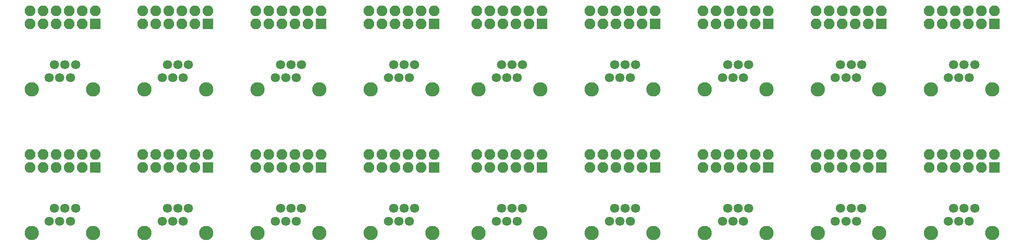
<source format=gbs>
%MOIN*%
%OFA0B0*%
%FSLAX46Y46*%
%IPPOS*%
%LPD*%
%ADD10C,0.0039370078740157488*%
%ADD11C,0.11023622047244094*%
%ADD12C,0.070866141732283464*%
%ADD13R,0.082677165354330714X0.082677165354330714*%
%ADD14O,0.082677165354330714X0.082677165354330714*%
%ADD25C,0.0039370078740157488*%
%ADD26C,0.11023622047244094*%
%ADD27C,0.070866141732283464*%
%ADD28R,0.082677165354330714X0.082677165354330714*%
%ADD29O,0.082677165354330714X0.082677165354330714*%
%ADD30C,0.0039370078740157488*%
%ADD31C,0.11023622047244094*%
%ADD32C,0.070866141732283464*%
%ADD33R,0.082677165354330714X0.082677165354330714*%
%ADD34O,0.082677165354330714X0.082677165354330714*%
%ADD35C,0.0039370078740157488*%
%ADD36C,0.11023622047244094*%
%ADD37C,0.070866141732283464*%
%ADD38R,0.082677165354330714X0.082677165354330714*%
%ADD39O,0.082677165354330714X0.082677165354330714*%
%ADD40C,0.0039370078740157488*%
%ADD41C,0.11023622047244094*%
%ADD42C,0.070866141732283464*%
%ADD43R,0.082677165354330714X0.082677165354330714*%
%ADD44O,0.082677165354330714X0.082677165354330714*%
%ADD45C,0.0039370078740157488*%
%ADD46C,0.11023622047244094*%
%ADD47C,0.070866141732283464*%
%ADD48R,0.082677165354330714X0.082677165354330714*%
%ADD49O,0.082677165354330714X0.082677165354330714*%
%ADD50C,0.0039370078740157488*%
%ADD51C,0.11023622047244094*%
%ADD52C,0.070866141732283464*%
%ADD53R,0.082677165354330714X0.082677165354330714*%
%ADD54O,0.082677165354330714X0.082677165354330714*%
%ADD55C,0.0039370078740157488*%
%ADD56C,0.11023622047244094*%
%ADD57C,0.070866141732283464*%
%ADD58R,0.082677165354330714X0.082677165354330714*%
%ADD59O,0.082677165354330714X0.082677165354330714*%
%ADD60C,0.0039370078740157488*%
%ADD61C,0.11023622047244094*%
%ADD62C,0.070866141732283464*%
%ADD63R,0.082677165354330714X0.082677165354330714*%
%ADD64O,0.082677165354330714X0.082677165354330714*%
%ADD65C,0.0039370078740157488*%
%ADD66C,0.11023622047244094*%
%ADD67C,0.070866141732283464*%
%ADD68R,0.082677165354330714X0.082677165354330714*%
%ADD69O,0.082677165354330714X0.082677165354330714*%
%ADD70C,0.0039370078740157488*%
%ADD71C,0.11023622047244094*%
%ADD72C,0.070866141732283464*%
%ADD73R,0.082677165354330714X0.082677165354330714*%
%ADD74O,0.082677165354330714X0.082677165354330714*%
%ADD75C,0.0039370078740157488*%
%ADD76C,0.11023622047244094*%
%ADD77C,0.070866141732283464*%
%ADD78R,0.082677165354330714X0.082677165354330714*%
%ADD79O,0.082677165354330714X0.082677165354330714*%
%ADD80C,0.0039370078740157488*%
%ADD81C,0.11023622047244094*%
%ADD82C,0.070866141732283464*%
%ADD83R,0.082677165354330714X0.082677165354330714*%
%ADD84O,0.082677165354330714X0.082677165354330714*%
%ADD85C,0.0039370078740157488*%
%ADD86C,0.11023622047244094*%
%ADD87C,0.070866141732283464*%
%ADD88R,0.082677165354330714X0.082677165354330714*%
%ADD89O,0.082677165354330714X0.082677165354330714*%
%ADD90C,0.0039370078740157488*%
%ADD91C,0.11023622047244094*%
%ADD92C,0.070866141732283464*%
%ADD93R,0.082677165354330714X0.082677165354330714*%
%ADD94O,0.082677165354330714X0.082677165354330714*%
%ADD95C,0.0039370078740157488*%
%ADD96C,0.11023622047244094*%
%ADD97C,0.070866141732283464*%
%ADD98R,0.082677165354330714X0.082677165354330714*%
%ADD99O,0.082677165354330714X0.082677165354330714*%
%ADD100C,0.0039370078740157488*%
%ADD101C,0.11023622047244094*%
%ADD102C,0.070866141732283464*%
%ADD103R,0.082677165354330714X0.082677165354330714*%
%ADD104O,0.082677165354330714X0.082677165354330714*%
%ADD105C,0.0039370078740157488*%
%ADD106C,0.11023622047244094*%
%ADD107C,0.070866141732283464*%
%ADD108R,0.082677165354330714X0.082677165354330714*%
%ADD109O,0.082677165354330714X0.082677165354330714*%
G01G01*
D10*
D11*
X0000944881Y0011653543D02*
X0000700496Y0010840192D03*
X0000228055Y0010840192D03*
D12*
X0000564669Y0011030743D03*
X0000484354Y0011030743D03*
X0000404039Y0011030743D03*
X0000524511Y0010930743D03*
X0000444196Y0010930743D03*
X0000363881Y0010930743D03*
D13*
X0000714881Y0011343543D03*
D14*
X0000714881Y0011443543D03*
X0000614881Y0011343543D03*
X0000614881Y0011443543D03*
X0000514881Y0011343543D03*
X0000514881Y0011443543D03*
X0000414881Y0011343543D03*
X0000414881Y0011443543D03*
X0000314881Y0011343543D03*
X0000314881Y0011443543D03*
X0000214881Y0011343543D03*
X0000214881Y0011443543D03*
G04 next file*
G04 Gerber Fmt 4.6, Leading zero omitted, Abs format (unit mm)*
G04 Created by KiCad (PCBNEW 4.0.7) date 10/04/17 14:34:26*
G01G01*
G04 APERTURE LIST*
G04 APERTURE END LIST*
D25*
D26*
X0001811023Y0011653543D02*
X0001566637Y0010840192D03*
X0001094196Y0010840192D03*
D27*
X0001430811Y0011030743D03*
X0001350496Y0011030743D03*
X0001270181Y0011030743D03*
X0001390653Y0010930743D03*
X0001310338Y0010930743D03*
X0001230023Y0010930743D03*
D28*
X0001581023Y0011343543D03*
D29*
X0001581023Y0011443543D03*
X0001481023Y0011343543D03*
X0001481023Y0011443543D03*
X0001381023Y0011343543D03*
X0001381023Y0011443543D03*
X0001281023Y0011343543D03*
X0001281023Y0011443543D03*
X0001181023Y0011343543D03*
X0001181023Y0011443543D03*
X0001081023Y0011343543D03*
X0001081023Y0011443543D03*
G04 next file*
G04 Gerber Fmt 4.6, Leading zero omitted, Abs format (unit mm)*
G04 Created by KiCad (PCBNEW 4.0.7) date 10/04/17 14:34:26*
G01G01*
G04 APERTURE LIST*
G04 APERTURE END LIST*
D30*
D31*
X0002677165Y0011653543D02*
X0002432779Y0010840192D03*
X0001960338Y0010840192D03*
D32*
X0002296952Y0011030743D03*
X0002216637Y0011030743D03*
X0002136322Y0011030743D03*
X0002256795Y0010930743D03*
X0002176480Y0010930743D03*
X0002096165Y0010930743D03*
D33*
X0002447165Y0011343543D03*
D34*
X0002447165Y0011443543D03*
X0002347165Y0011343543D03*
X0002347165Y0011443543D03*
X0002247165Y0011343543D03*
X0002247165Y0011443543D03*
X0002147165Y0011343543D03*
X0002147165Y0011443543D03*
X0002047165Y0011343543D03*
X0002047165Y0011443543D03*
X0001947165Y0011343543D03*
X0001947165Y0011443543D03*
G04 next file*
G04 Gerber Fmt 4.6, Leading zero omitted, Abs format (unit mm)*
G04 Created by KiCad (PCBNEW 4.0.7) date 10/04/17 14:34:26*
G01G01*
G04 APERTURE LIST*
G04 APERTURE END LIST*
D35*
D36*
X0003543307Y0011653543D02*
X0003298921Y0010840192D03*
X0002826480Y0010840192D03*
D37*
X0003163094Y0011030743D03*
X0003082779Y0011030743D03*
X0003002464Y0011030743D03*
X0003122937Y0010930743D03*
X0003042622Y0010930743D03*
X0002962307Y0010930743D03*
D38*
X0003313307Y0011343543D03*
D39*
X0003313307Y0011443543D03*
X0003213307Y0011343543D03*
X0003213307Y0011443543D03*
X0003113307Y0011343543D03*
X0003113307Y0011443543D03*
X0003013307Y0011343543D03*
X0003013307Y0011443543D03*
X0002913307Y0011343543D03*
X0002913307Y0011443543D03*
X0002813307Y0011343543D03*
X0002813307Y0011443543D03*
G04 next file*
G04 Gerber Fmt 4.6, Leading zero omitted, Abs format (unit mm)*
G04 Created by KiCad (PCBNEW 4.0.7) date 10/04/17 14:34:26*
G01G01*
G04 APERTURE LIST*
G04 APERTURE END LIST*
D40*
D41*
X0004370078Y0011653543D02*
X0004125692Y0010840192D03*
X0003653251Y0010840192D03*
D42*
X0003989866Y0011030743D03*
X0003909551Y0011030743D03*
X0003829236Y0011030743D03*
X0003949708Y0010930743D03*
X0003869393Y0010930743D03*
X0003789078Y0010930743D03*
D43*
X0004140078Y0011343543D03*
D44*
X0004140078Y0011443543D03*
X0004040078Y0011343543D03*
X0004040078Y0011443543D03*
X0003940078Y0011343543D03*
X0003940078Y0011443543D03*
X0003840078Y0011343543D03*
X0003840078Y0011443543D03*
X0003740078Y0011343543D03*
X0003740078Y0011443543D03*
X0003640078Y0011343543D03*
X0003640078Y0011443543D03*
G04 next file*
G04 Gerber Fmt 4.6, Leading zero omitted, Abs format (unit mm)*
G04 Created by KiCad (PCBNEW 4.0.7) date 10/04/17 14:34:26*
G01G01*
G04 APERTURE LIST*
G04 APERTURE END LIST*
D45*
D46*
X0005236220Y0011653543D02*
X0004991834Y0010840192D03*
X0004519393Y0010840192D03*
D47*
X0004856007Y0011030743D03*
X0004775692Y0011030743D03*
X0004695377Y0011030743D03*
X0004815850Y0010930743D03*
X0004735535Y0010930743D03*
X0004655220Y0010930743D03*
D48*
X0005006220Y0011343543D03*
D49*
X0005006220Y0011443543D03*
X0004906220Y0011343543D03*
X0004906220Y0011443543D03*
X0004806220Y0011343543D03*
X0004806220Y0011443543D03*
X0004706220Y0011343543D03*
X0004706220Y0011443543D03*
X0004606220Y0011343543D03*
X0004606220Y0011443543D03*
X0004506220Y0011343543D03*
X0004506220Y0011443543D03*
G04 next file*
G04 Gerber Fmt 4.6, Leading zero omitted, Abs format (unit mm)*
G04 Created by KiCad (PCBNEW 4.0.7) date 10/04/17 14:34:26*
G01G01*
G04 APERTURE LIST*
G04 APERTURE END LIST*
D50*
D51*
X0006102362Y0011653543D02*
X0005857976Y0010840192D03*
X0005385535Y0010840192D03*
D52*
X0005722149Y0011030743D03*
X0005641834Y0011030743D03*
X0005561519Y0011030743D03*
X0005681992Y0010930743D03*
X0005601677Y0010930743D03*
X0005521362Y0010930743D03*
D53*
X0005872362Y0011343543D03*
D54*
X0005872362Y0011443543D03*
X0005772362Y0011343543D03*
X0005772362Y0011443543D03*
X0005672362Y0011343543D03*
X0005672362Y0011443543D03*
X0005572362Y0011343543D03*
X0005572362Y0011443543D03*
X0005472362Y0011343543D03*
X0005472362Y0011443543D03*
X0005372362Y0011343543D03*
X0005372362Y0011443543D03*
G04 next file*
G04 Gerber Fmt 4.6, Leading zero omitted, Abs format (unit mm)*
G04 Created by KiCad (PCBNEW 4.0.7) date 10/04/17 14:34:26*
G01G01*
G04 APERTURE LIST*
G04 APERTURE END LIST*
D55*
D56*
X0006968503Y0011653543D02*
X0006724118Y0010840192D03*
X0006251677Y0010840192D03*
D57*
X0006588291Y0011030743D03*
X0006507976Y0011030743D03*
X0006427661Y0011030743D03*
X0006548133Y0010930743D03*
X0006467818Y0010930743D03*
X0006387503Y0010930743D03*
D58*
X0006738503Y0011343543D03*
D59*
X0006738503Y0011443543D03*
X0006638503Y0011343543D03*
X0006638503Y0011443543D03*
X0006538503Y0011343543D03*
X0006538503Y0011443543D03*
X0006438503Y0011343543D03*
X0006438503Y0011443543D03*
X0006338503Y0011343543D03*
X0006338503Y0011443543D03*
X0006238503Y0011343543D03*
X0006238503Y0011443543D03*
G04 next file*
G04 Gerber Fmt 4.6, Leading zero omitted, Abs format (unit mm)*
G04 Created by KiCad (PCBNEW 4.0.7) date 10/04/17 14:34:26*
G01G01*
G04 APERTURE LIST*
G04 APERTURE END LIST*
D60*
D61*
X0007834645Y0011653543D02*
X0007590259Y0010840192D03*
X0007117818Y0010840192D03*
D62*
X0007454433Y0011030743D03*
X0007374118Y0011030743D03*
X0007293803Y0011030743D03*
X0007414275Y0010930743D03*
X0007333960Y0010930743D03*
X0007253645Y0010930743D03*
D63*
X0007604645Y0011343543D03*
D64*
X0007604645Y0011443543D03*
X0007504645Y0011343543D03*
X0007504645Y0011443543D03*
X0007404645Y0011343543D03*
X0007404645Y0011443543D03*
X0007304645Y0011343543D03*
X0007304645Y0011443543D03*
X0007204645Y0011343543D03*
X0007204645Y0011443543D03*
X0007104645Y0011343543D03*
X0007104645Y0011443543D03*
G04 next file*
G04 Gerber Fmt 4.6, Leading zero omitted, Abs format (unit mm)*
G04 Created by KiCad (PCBNEW 4.0.7) date 10/04/17 14:34:26*
G01G01*
G04 APERTURE LIST*
G04 APERTURE END LIST*
D65*
D66*
X0000944881Y0010551181D02*
X0000700496Y0009737829D03*
X0000228055Y0009737829D03*
D67*
X0000564669Y0009928381D03*
X0000484354Y0009928381D03*
X0000404039Y0009928381D03*
X0000524511Y0009828381D03*
X0000444196Y0009828381D03*
X0000363881Y0009828381D03*
D68*
X0000714881Y0010241181D03*
D69*
X0000714881Y0010341181D03*
X0000614881Y0010241181D03*
X0000614881Y0010341181D03*
X0000514881Y0010241181D03*
X0000514881Y0010341181D03*
X0000414881Y0010241181D03*
X0000414881Y0010341181D03*
X0000314881Y0010241181D03*
X0000314881Y0010341181D03*
X0000214881Y0010241181D03*
X0000214881Y0010341181D03*
G04 next file*
G04 Gerber Fmt 4.6, Leading zero omitted, Abs format (unit mm)*
G04 Created by KiCad (PCBNEW 4.0.7) date 10/04/17 14:34:26*
G01G01*
G04 APERTURE LIST*
G04 APERTURE END LIST*
D70*
D71*
X0001811023Y0010551181D02*
X0001566637Y0009737829D03*
X0001094196Y0009737829D03*
D72*
X0001430811Y0009928381D03*
X0001350496Y0009928381D03*
X0001270181Y0009928381D03*
X0001390653Y0009828381D03*
X0001310338Y0009828381D03*
X0001230023Y0009828381D03*
D73*
X0001581023Y0010241181D03*
D74*
X0001581023Y0010341181D03*
X0001481023Y0010241181D03*
X0001481023Y0010341181D03*
X0001381023Y0010241181D03*
X0001381023Y0010341181D03*
X0001281023Y0010241181D03*
X0001281023Y0010341181D03*
X0001181023Y0010241181D03*
X0001181023Y0010341181D03*
X0001081023Y0010241181D03*
X0001081023Y0010341181D03*
G04 next file*
G04 Gerber Fmt 4.6, Leading zero omitted, Abs format (unit mm)*
G04 Created by KiCad (PCBNEW 4.0.7) date 10/04/17 14:34:26*
G01G01*
G04 APERTURE LIST*
G04 APERTURE END LIST*
D75*
D76*
X0002677165Y0010551181D02*
X0002432779Y0009737829D03*
X0001960338Y0009737829D03*
D77*
X0002296952Y0009928381D03*
X0002216637Y0009928381D03*
X0002136322Y0009928381D03*
X0002256795Y0009828381D03*
X0002176480Y0009828381D03*
X0002096165Y0009828381D03*
D78*
X0002447165Y0010241181D03*
D79*
X0002447165Y0010341181D03*
X0002347165Y0010241181D03*
X0002347165Y0010341181D03*
X0002247165Y0010241181D03*
X0002247165Y0010341181D03*
X0002147165Y0010241181D03*
X0002147165Y0010341181D03*
X0002047165Y0010241181D03*
X0002047165Y0010341181D03*
X0001947165Y0010241181D03*
X0001947165Y0010341181D03*
G04 next file*
G04 Gerber Fmt 4.6, Leading zero omitted, Abs format (unit mm)*
G04 Created by KiCad (PCBNEW 4.0.7) date 10/04/17 14:34:26*
G01G01*
G04 APERTURE LIST*
G04 APERTURE END LIST*
D80*
D81*
X0003543307Y0010551181D02*
X0003298921Y0009737829D03*
X0002826480Y0009737829D03*
D82*
X0003163094Y0009928381D03*
X0003082779Y0009928381D03*
X0003002464Y0009928381D03*
X0003122937Y0009828381D03*
X0003042622Y0009828381D03*
X0002962307Y0009828381D03*
D83*
X0003313307Y0010241181D03*
D84*
X0003313307Y0010341181D03*
X0003213307Y0010241181D03*
X0003213307Y0010341181D03*
X0003113307Y0010241181D03*
X0003113307Y0010341181D03*
X0003013307Y0010241181D03*
X0003013307Y0010341181D03*
X0002913307Y0010241181D03*
X0002913307Y0010341181D03*
X0002813307Y0010241181D03*
X0002813307Y0010341181D03*
G04 next file*
G04 Gerber Fmt 4.6, Leading zero omitted, Abs format (unit mm)*
G04 Created by KiCad (PCBNEW 4.0.7) date 10/04/17 14:34:26*
G01G01*
G04 APERTURE LIST*
G04 APERTURE END LIST*
D85*
D86*
X0004370078Y0010551181D02*
X0004125692Y0009737829D03*
X0003653251Y0009737829D03*
D87*
X0003989866Y0009928381D03*
X0003909551Y0009928381D03*
X0003829236Y0009928381D03*
X0003949708Y0009828381D03*
X0003869393Y0009828381D03*
X0003789078Y0009828381D03*
D88*
X0004140078Y0010241181D03*
D89*
X0004140078Y0010341181D03*
X0004040078Y0010241181D03*
X0004040078Y0010341181D03*
X0003940078Y0010241181D03*
X0003940078Y0010341181D03*
X0003840078Y0010241181D03*
X0003840078Y0010341181D03*
X0003740078Y0010241181D03*
X0003740078Y0010341181D03*
X0003640078Y0010241181D03*
X0003640078Y0010341181D03*
G04 next file*
G04 Gerber Fmt 4.6, Leading zero omitted, Abs format (unit mm)*
G04 Created by KiCad (PCBNEW 4.0.7) date 10/04/17 14:34:26*
G01G01*
G04 APERTURE LIST*
G04 APERTURE END LIST*
D90*
D91*
X0005236220Y0010551181D02*
X0004991834Y0009737829D03*
X0004519393Y0009737829D03*
D92*
X0004856007Y0009928381D03*
X0004775692Y0009928381D03*
X0004695377Y0009928381D03*
X0004815850Y0009828381D03*
X0004735535Y0009828381D03*
X0004655220Y0009828381D03*
D93*
X0005006220Y0010241181D03*
D94*
X0005006220Y0010341181D03*
X0004906220Y0010241181D03*
X0004906220Y0010341181D03*
X0004806220Y0010241181D03*
X0004806220Y0010341181D03*
X0004706220Y0010241181D03*
X0004706220Y0010341181D03*
X0004606220Y0010241181D03*
X0004606220Y0010341181D03*
X0004506220Y0010241181D03*
X0004506220Y0010341181D03*
G04 next file*
G04 Gerber Fmt 4.6, Leading zero omitted, Abs format (unit mm)*
G04 Created by KiCad (PCBNEW 4.0.7) date 10/04/17 14:34:26*
G01G01*
G04 APERTURE LIST*
G04 APERTURE END LIST*
D95*
D96*
X0006102362Y0010551181D02*
X0005857976Y0009737829D03*
X0005385535Y0009737829D03*
D97*
X0005722149Y0009928381D03*
X0005641834Y0009928381D03*
X0005561519Y0009928381D03*
X0005681992Y0009828381D03*
X0005601677Y0009828381D03*
X0005521362Y0009828381D03*
D98*
X0005872362Y0010241181D03*
D99*
X0005872362Y0010341181D03*
X0005772362Y0010241181D03*
X0005772362Y0010341181D03*
X0005672362Y0010241181D03*
X0005672362Y0010341181D03*
X0005572362Y0010241181D03*
X0005572362Y0010341181D03*
X0005472362Y0010241181D03*
X0005472362Y0010341181D03*
X0005372362Y0010241181D03*
X0005372362Y0010341181D03*
G04 next file*
G04 Gerber Fmt 4.6, Leading zero omitted, Abs format (unit mm)*
G04 Created by KiCad (PCBNEW 4.0.7) date 10/04/17 14:34:26*
G01G01*
G04 APERTURE LIST*
G04 APERTURE END LIST*
D100*
D101*
X0006968503Y0010551181D02*
X0006724118Y0009737829D03*
X0006251677Y0009737829D03*
D102*
X0006588291Y0009928381D03*
X0006507976Y0009928381D03*
X0006427661Y0009928381D03*
X0006548133Y0009828381D03*
X0006467818Y0009828381D03*
X0006387503Y0009828381D03*
D103*
X0006738503Y0010241181D03*
D104*
X0006738503Y0010341181D03*
X0006638503Y0010241181D03*
X0006638503Y0010341181D03*
X0006538503Y0010241181D03*
X0006538503Y0010341181D03*
X0006438503Y0010241181D03*
X0006438503Y0010341181D03*
X0006338503Y0010241181D03*
X0006338503Y0010341181D03*
X0006238503Y0010241181D03*
X0006238503Y0010341181D03*
G04 next file*
G04 Gerber Fmt 4.6, Leading zero omitted, Abs format (unit mm)*
G04 Created by KiCad (PCBNEW 4.0.7) date 10/04/17 14:34:26*
G01G01*
G04 APERTURE LIST*
G04 APERTURE END LIST*
D105*
D106*
X0007834645Y0010551181D02*
X0007590259Y0009737829D03*
X0007117818Y0009737829D03*
D107*
X0007454433Y0009928381D03*
X0007374118Y0009928381D03*
X0007293803Y0009928381D03*
X0007414275Y0009828381D03*
X0007333960Y0009828381D03*
X0007253645Y0009828381D03*
D108*
X0007604645Y0010241181D03*
D109*
X0007604645Y0010341181D03*
X0007504645Y0010241181D03*
X0007504645Y0010341181D03*
X0007404645Y0010241181D03*
X0007404645Y0010341181D03*
X0007304645Y0010241181D03*
X0007304645Y0010341181D03*
X0007204645Y0010241181D03*
X0007204645Y0010341181D03*
X0007104645Y0010241181D03*
X0007104645Y0010341181D03*
M02*
</source>
